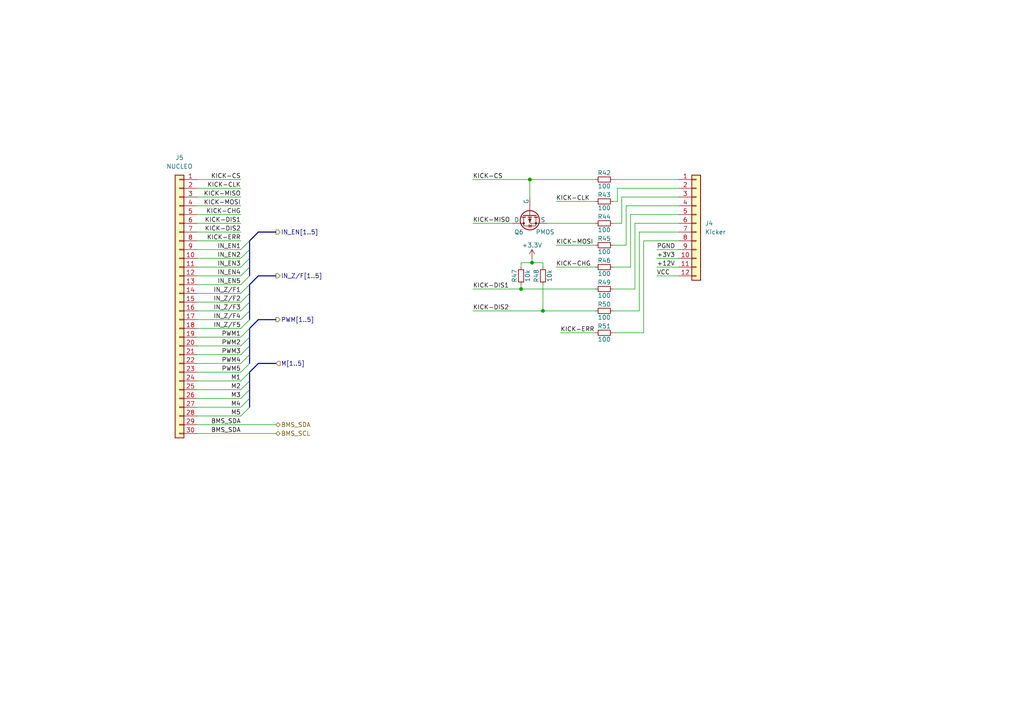
<source format=kicad_sch>
(kicad_sch (version 20230121) (generator eeschema)
  (paper "A4")
  (title_block (title "Connectors") (date "2024-01-18") (rev "v0.1"))
  (lib_symbols
    (symbol "Connector_Generic:Conn_01x12" (pin_names (offset 1.016) hide)
      (property "Reference" "J" (at 0 15.24 0))
      (property "Value" "Conn_01x12" (at 0 -17.78 0))
      (symbol "Conn_01x12_1_1"
        (rectangle (start -1.27 -15.113) (end 0 -15.367) (stroke (width 0.1524)))
        (rectangle (start -1.27 -12.573) (end 0 -12.827) (stroke (width 0.1524)))
        (rectangle (start -1.27 -10.033) (end 0 -10.287) (stroke (width 0.1524)))
        (rectangle (start -1.27 -7.493) (end 0 -7.747) (stroke (width 0.1524)))
        (rectangle (start -1.27 -4.953) (end 0 -5.207) (stroke (width 0.1524)))
        (rectangle (start -1.27 -2.413) (end 0 -2.667) (stroke (width 0.1524)))
        (rectangle (start -1.27 0.127) (end 0 -0.127) (stroke (width 0.1524)))
        (rectangle (start -1.27 2.667) (end 0 2.413) (stroke (width 0.1524)))
        (rectangle (start -1.27 5.207) (end 0 4.953) (stroke (width 0.1524)))
        (rectangle (start -1.27 7.747) (end 0 7.493) (stroke (width 0.1524)))
        (rectangle (start -1.27 10.287) (end 0 10.033) (stroke (width 0.1524)))
        (rectangle (start -1.27 12.827) (end 0 12.573) (stroke (width 0.1524)))
        (rectangle (start -1.27 13.97) (end 1.27 -16.51) (stroke (width 0.254)) (fill (type background)))
        (pin passive line (at -5.08 12.7 0) (length 3.81) (name "Pin_1") (number "1"))
        (pin passive line (at -5.08 -10.16 0) (length 3.81) (name "Pin_10") (number "10"))
        (pin passive line (at -5.08 -12.7 0) (length 3.81) (name "Pin_11") (number "11"))
        (pin passive line (at -5.08 -15.24 0) (length 3.81) (name "Pin_12") (number "12"))
        (pin passive line (at -5.08 10.16 0) (length 3.81) (name "Pin_2") (number "2"))
        (pin passive line (at -5.08 7.62 0) (length 3.81) (name "Pin_3") (number "3"))
        (pin passive line (at -5.08 5.08 0) (length 3.81) (name "Pin_4") (number "4"))
        (pin passive line (at -5.08 2.54 0) (length 3.81) (name "Pin_5") (number "5"))
        (pin passive line (at -5.08 0 0) (length 3.81) (name "Pin_6") (number "6"))
        (pin passive line (at -5.08 -2.54 0) (length 3.81) (name "Pin_7") (number "7"))
        (pin passive line (at -5.08 -5.08 0) (length 3.81) (name "Pin_8") (number "8"))
        (pin passive line (at -5.08 -7.62 0) (length 3.81) (name "Pin_9") (number "9"))
      )
    )
    (symbol "Connector_Generic:Conn_01x30" (pin_names (offset 1.016) hide)
      (property "Reference" "J" (at 0 38.1 0))
      (property "Value" "Conn_01x30" (at 0 -40.64 0))
      (symbol "Conn_01x30_1_1"
        (rectangle (start -1.27 -37.973) (end 0 -38.227) (stroke (width 0.1524)))
        (rectangle (start -1.27 -35.433) (end 0 -35.687) (stroke (width 0.1524)))
        (rectangle (start -1.27 -32.893) (end 0 -33.147) (stroke (width 0.1524)))
        (rectangle (start -1.27 -30.353) (end 0 -30.607) (stroke (width 0.1524)))
        (rectangle (start -1.27 -27.813) (end 0 -28.067) (stroke (width 0.1524)))
        (rectangle (start -1.27 -25.273) (end 0 -25.527) (stroke (width 0.1524)))
        (rectangle (start -1.27 -22.733) (end 0 -22.987) (stroke (width 0.1524)))
        (rectangle (start -1.27 -20.193) (end 0 -20.447) (stroke (width 0.1524)))
        (rectangle (start -1.27 -17.653) (end 0 -17.907) (stroke (width 0.1524)))
        (rectangle (start -1.27 -15.113) (end 0 -15.367) (stroke (width 0.1524)))
        (rectangle (start -1.27 -12.573) (end 0 -12.827) (stroke (width 0.1524)))
        (rectangle (start -1.27 -10.033) (end 0 -10.287) (stroke (width 0.1524)))
        (rectangle (start -1.27 -7.493) (end 0 -7.747) (stroke (width 0.1524)))
        (rectangle (start -1.27 -4.953) (end 0 -5.207) (stroke (width 0.1524)))
        (rectangle (start -1.27 -2.413) (end 0 -2.667) (stroke (width 0.1524)))
        (rectangle (start -1.27 0.127) (end 0 -0.127) (stroke (width 0.1524)))
        (rectangle (start -1.27 2.667) (end 0 2.413) (stroke (width 0.1524)))
        (rectangle (start -1.27 5.207) (end 0 4.953) (stroke (width 0.1524)))
        (rectangle (start -1.27 7.747) (end 0 7.493) (stroke (width 0.1524)))
        (rectangle (start -1.27 10.287) (end 0 10.033) (stroke (width 0.1524)))
        (rectangle (start -1.27 12.827) (end 0 12.573) (stroke (width 0.1524)))
        (rectangle (start -1.27 15.367) (end 0 15.113) (stroke (width 0.1524)))
        (rectangle (start -1.27 17.907) (end 0 17.653) (stroke (width 0.1524)))
        (rectangle (start -1.27 20.447) (end 0 20.193) (stroke (width 0.1524)))
        (rectangle (start -1.27 22.987) (end 0 22.733) (stroke (width 0.1524)))
        (rectangle (start -1.27 25.527) (end 0 25.273) (stroke (width 0.1524)))
        (rectangle (start -1.27 28.067) (end 0 27.813) (stroke (width 0.1524)))
        (rectangle (start -1.27 30.607) (end 0 30.353) (stroke (width 0.1524)))
        (rectangle (start -1.27 33.147) (end 0 32.893) (stroke (width 0.1524)))
        (rectangle (start -1.27 35.687) (end 0 35.433) (stroke (width 0.1524)))
        (rectangle (start -1.27 36.83) (end 1.27 -39.37) (stroke (width 0.254)) (fill (type background)))
        (pin passive line (at -5.08 35.56 0) (length 3.81) (name "Pin_1") (number "1"))
        (pin passive line (at -5.08 12.7 0) (length 3.81) (name "Pin_10") (number "10"))
        (pin passive line (at -5.08 10.16 0) (length 3.81) (name "Pin_11") (number "11"))
        (pin passive line (at -5.08 7.62 0) (length 3.81) (name "Pin_12") (number "12"))
        (pin passive line (at -5.08 5.08 0) (length 3.81) (name "Pin_13") (number "13"))
        (pin passive line (at -5.08 2.54 0) (length 3.81) (name "Pin_14") (number "14"))
        (pin passive line (at -5.08 0 0) (length 3.81) (name "Pin_15") (number "15"))
        (pin passive line (at -5.08 -2.54 0) (length 3.81) (name "Pin_16") (number "16"))
        (pin passive line (at -5.08 -5.08 0) (length 3.81) (name "Pin_17") (number "17"))
        (pin passive line (at -5.08 -7.62 0) (length 3.81) (name "Pin_18") (number "18"))
        (pin passive line (at -5.08 -10.16 0) (length 3.81) (name "Pin_19") (number "19"))
        (pin passive line (at -5.08 33.02 0) (length 3.81) (name "Pin_2") (number "2"))
        (pin passive line (at -5.08 -12.7 0) (length 3.81) (name "Pin_20") (number "20"))
        (pin passive line (at -5.08 -15.24 0) (length 3.81) (name "Pin_21") (number "21"))
        (pin passive line (at -5.08 -17.78 0) (length 3.81) (name "Pin_22") (number "22"))
        (pin passive line (at -5.08 -20.32 0) (length 3.81) (name "Pin_23") (number "23"))
        (pin passive line (at -5.08 -22.86 0) (length 3.81) (name "Pin_24") (number "24"))
        (pin passive line (at -5.08 -25.4 0) (length 3.81) (name "Pin_25") (number "25"))
        (pin passive line (at -5.08 -27.94 0) (length 3.81) (name "Pin_26") (number "26"))
        (pin passive line (at -5.08 -30.48 0) (length 3.81) (name "Pin_27") (number "27"))
        (pin passive line (at -5.08 -33.02 0) (length 3.81) (name "Pin_28") (number "28"))
        (pin passive line (at -5.08 -35.56 0) (length 3.81) (name "Pin_29") (number "29"))
        (pin passive line (at -5.08 30.48 0) (length 3.81) (name "Pin_3") (number "3"))
        (pin passive line (at -5.08 -38.1 0) (length 3.81) (name "Pin_30") (number "30"))
        (pin passive line (at -5.08 27.94 0) (length 3.81) (name "Pin_4") (number "4"))
        (pin passive line (at -5.08 25.4 0) (length 3.81) (name "Pin_5") (number "5"))
        (pin passive line (at -5.08 22.86 0) (length 3.81) (name "Pin_6") (number "6"))
        (pin passive line (at -5.08 20.32 0) (length 3.81) (name "Pin_7") (number "7"))
        (pin passive line (at -5.08 17.78 0) (length 3.81) (name "Pin_8") (number "8"))
        (pin passive line (at -5.08 15.24 0) (length 3.81) (name "Pin_9") (number "9"))
      )
    )
    (symbol "Device:R_Small" (pin_numbers hide) (pin_names (offset 0.254) hide)
      (property "Reference" "R" (at 0.762 0.508 0))
      (property "Value" "R_Small" (at 0.762 -1.016 0))
      (symbol "R_Small_0_1"
        (rectangle (start -0.762 1.778) (end 0.762 -1.778) (stroke (width 0.2032)))
      )
      (symbol "R_Small_1_1"
        (pin passive line (at 0 2.54 270) (length 0.762) (name "~") (number "1"))
        (pin passive line (at 0 -2.54 90) (length 0.762) (name "~") (number "2"))
      )
    )
    (symbol "Simulation_SPICE:PMOS" (pin_numbers hide) (pin_names (offset 0))
      (property "Reference" "Q" (at 5.08 1.27 0))
      (property "Value" "PMOS" (at 5.08 -1.27 0))
      (symbol "PMOS_0_1"
        (polyline (pts (xy 0.254 0) (xy -2.54 0)))
        (polyline (pts (xy 0.254 1.905) (xy 0.254 -1.905)) (stroke (width 0.254)))
        (polyline (pts (xy 0.762 -1.27) (xy 0.762 -2.286)) (stroke (width 0.254)))
        (polyline (pts (xy 0.762 0.508) (xy 0.762 -0.508)) (stroke (width 0.254)))
        (polyline (pts (xy 0.762 2.286) (xy 0.762 1.27)) (stroke (width 0.254)))
        (polyline (pts (xy 2.54 2.54) (xy 2.54 1.778)))
        (polyline (pts (xy 2.54 -2.54) (xy 2.54 0) (xy 0.762 0)))
        (polyline (pts (xy 0.762 1.778) (xy 3.302 1.778) (xy 3.302 -1.778) (xy 0.762 -1.778)))
        (polyline (pts (xy 2.286 0) (xy 1.27 0.381) (xy 1.27 -0.381) (xy 2.286 0)) (fill (type outline)))
        (polyline (pts (xy 2.794 -0.508) (xy 2.921 -0.381) (xy 3.683 -0.381) (xy 3.81 -0.254)))
        (polyline (pts (xy 3.302 -0.381) (xy 2.921 0.254) (xy 3.683 0.254) (xy 3.302 -0.381)))
        (circle (center 1.651 0) (radius 2.794) (stroke (width 0.254)))
        (circle (center 2.54 -1.778) (radius 0.254) (fill (type outline)))
        (circle (center 2.54 1.778) (radius 0.254) (fill (type outline)))
      )
      (symbol "PMOS_1_1"
        (pin passive line (at 2.54 5.08 270) (length 2.54) (name "D") (number "1"))
        (pin input line (at -5.08 0 0) (length 2.54) (name "G") (number "2"))
        (pin passive line (at 2.54 -5.08 90) (length 2.54) (name "S") (number "3"))
      )
    )
    (symbol "power:+3.3V" (power) (pin_names (offset 0))
      (property "Value" "+3.3V" (at 0 3.556 0))
      (symbol "+3.3V_0_1"
        (polyline (pts (xy -0.762 1.27) (xy 0 2.54)))
        (polyline (pts (xy 0 0) (xy 0 2.54)))
        (polyline (pts (xy 0 2.54) (xy 0.762 1.27)))
      )
      (symbol "+3.3V_1_1"
        (pin power_in line (at 0 0 90) (length 0) hide (name "+3.3V") (number "1"))
      )
    )
  )
  (junction (at 154.305 76.2))
  (junction (at 153.67 52.07))
  (junction (at 157.48 90.17))
  (junction (at 151.13 83.82))
  (bus_entry (at 69.85 92.71) (size 2.54 -2.54))
  (bus_entry (at 72.39 74.93) (size -2.54 2.54))
  (bus_entry (at 69.85 110.49) (size 2.54 -2.54))
  (bus_entry (at 69.85 105.41) (size 2.54 -2.54))
  (bus_entry (at 69.85 87.63) (size 2.54 -2.54))
  (bus_entry (at 69.85 113.03) (size 2.54 -2.54))
  (bus_entry (at 69.85 102.87) (size 2.54 -2.54))
  (bus_entry (at 69.85 97.79) (size 2.54 -2.54))
  (bus_entry (at 69.85 118.11) (size 2.54 -2.54))
  (bus_entry (at 69.85 107.95) (size 2.54 -2.54))
  (bus_entry (at 72.39 69.85) (size -2.54 2.54))
  (bus_entry (at 69.85 90.17) (size 2.54 -2.54))
  (bus_entry (at 72.39 80.01) (size -2.54 2.54))
  (bus_entry (at 69.85 100.33) (size 2.54 -2.54))
  (bus_entry (at 69.85 120.65) (size 2.54 -2.54))
  (bus_entry (at 72.39 72.39) (size -2.54 2.54))
  (bus_entry (at 69.85 115.57) (size 2.54 -2.54))
  (bus_entry (at 72.39 77.47) (size -2.54 2.54))
  (bus_entry (at 69.85 95.25) (size 2.54 -2.54))
  (bus_entry (at 69.85 85.09) (size 2.54 -2.54))
  (wire (pts (xy 57.15 82.55) (xy 69.85 82.55)))
  (wire (pts (xy 157.48 82.55) (xy 157.48 90.17)))
  (wire (pts (xy 186.69 96.52) (xy 186.69 69.85)))
  (wire (pts (xy 57.15 74.93) (xy 69.85 74.93)))
  (wire (pts (xy 57.15 52.07) (xy 69.85 52.07)))
  (wire (pts (xy 57.15 97.79) (xy 69.85 97.79)))
  (bus (pts (xy 72.39 97.79) (xy 72.39 95.25)))
  (wire (pts (xy 179.07 58.42) (xy 179.07 54.61)))
  (wire (pts (xy 161.29 71.12) (xy 172.72 71.12)))
  (wire (pts (xy 190.5 72.39) (xy 196.85 72.39)))
  (wire (pts (xy 184.15 64.77) (xy 196.85 64.77)))
  (wire (pts (xy 157.48 77.47) (xy 157.48 76.2)))
  (wire (pts (xy 157.48 76.2) (xy 154.305 76.2)))
  (wire (pts (xy 137.16 83.82) (xy 151.13 83.82)))
  (wire (pts (xy 57.15 115.57) (xy 69.85 115.57)))
  (wire (pts (xy 185.42 90.17) (xy 185.42 67.31)))
  (wire (pts (xy 154.305 76.2) (xy 151.13 76.2)))
  (wire (pts (xy 177.8 58.42) (xy 179.07 58.42)))
  (wire (pts (xy 177.8 71.12) (xy 181.61 71.12)))
  (wire (pts (xy 151.13 83.82) (xy 172.72 83.82)))
  (wire (pts (xy 184.15 83.82) (xy 184.15 64.77)))
  (wire (pts (xy 177.8 64.77) (xy 180.34 64.77)))
  (wire (pts (xy 57.15 69.85) (xy 69.85 69.85)))
  (wire (pts (xy 186.69 69.85) (xy 196.85 69.85)))
  (bus (pts (xy 72.39 85.09) (xy 72.39 87.63)))
  (wire (pts (xy 181.61 71.12) (xy 181.61 59.69)))
  (bus (pts (xy 72.39 74.93) (xy 72.39 72.39)))
  (wire (pts (xy 177.8 90.17) (xy 185.42 90.17)))
  (bus (pts (xy 72.39 107.95) (xy 74.93 105.41)))
  (bus (pts (xy 72.39 87.63) (xy 72.39 90.17)))
  (wire (pts (xy 57.15 80.01) (xy 69.85 80.01)))
  (wire (pts (xy 57.15 77.47) (xy 69.85 77.47)))
  (wire (pts (xy 161.29 77.47) (xy 172.72 77.47)))
  (bus (pts (xy 72.39 110.49) (xy 72.39 107.95)))
  (wire (pts (xy 177.8 83.82) (xy 184.15 83.82)))
  (wire (pts (xy 180.34 57.15) (xy 196.85 57.15)))
  (wire (pts (xy 57.15 120.65) (xy 69.85 120.65)))
  (wire (pts (xy 137.16 90.17) (xy 157.48 90.17)))
  (bus (pts (xy 72.39 80.01) (xy 72.39 77.47)))
  (bus (pts (xy 72.39 115.57) (xy 72.39 113.03)))
  (wire (pts (xy 162.56 96.52) (xy 172.72 96.52)))
  (wire (pts (xy 158.75 64.77) (xy 172.72 64.77)))
  (wire (pts (xy 185.42 67.31) (xy 196.85 67.31)))
  (wire (pts (xy 137.16 52.07) (xy 153.67 52.07)))
  (wire (pts (xy 57.15 123.19) (xy 80.01 123.19)))
  (wire (pts (xy 57.15 54.61) (xy 69.85 54.61)))
  (bus (pts (xy 72.39 69.85) (xy 74.93 67.31)))
  (wire (pts (xy 153.67 52.07) (xy 172.72 52.07)))
  (wire (pts (xy 57.15 62.23) (xy 69.85 62.23)))
  (wire (pts (xy 57.15 102.87) (xy 69.85 102.87)))
  (wire (pts (xy 57.15 85.09) (xy 69.85 85.09)))
  (wire (pts (xy 181.61 59.69) (xy 196.85 59.69)))
  (bus (pts (xy 72.39 82.55) (xy 72.39 85.09)))
  (wire (pts (xy 57.15 92.71) (xy 69.85 92.71)))
  (wire (pts (xy 182.88 62.23) (xy 196.85 62.23)))
  (wire (pts (xy 57.15 125.73) (xy 80.01 125.73)))
  (wire (pts (xy 57.15 90.17) (xy 69.85 90.17)))
  (wire (pts (xy 177.8 52.07) (xy 196.85 52.07)))
  (wire (pts (xy 161.29 58.42) (xy 172.72 58.42)))
  (bus (pts (xy 72.39 102.87) (xy 72.39 100.33)))
  (bus (pts (xy 72.39 100.33) (xy 72.39 97.79)))
  (wire (pts (xy 57.15 67.31) (xy 69.85 67.31)))
  (bus (pts (xy 74.93 92.71) (xy 80.01 92.71)))
  (wire (pts (xy 177.8 77.47) (xy 182.88 77.47)))
  (wire (pts (xy 57.15 57.15) (xy 69.85 57.15)))
  (bus (pts (xy 72.39 77.47) (xy 72.39 74.93)))
  (wire (pts (xy 57.15 64.77) (xy 69.85 64.77)))
  (wire (pts (xy 57.15 87.63) (xy 69.85 87.63)))
  (wire (pts (xy 57.15 72.39) (xy 69.85 72.39)))
  (bus (pts (xy 72.39 113.03) (xy 72.39 110.49)))
  (wire (pts (xy 137.16 64.77) (xy 148.59 64.77)))
  (wire (pts (xy 57.15 105.41) (xy 69.85 105.41)))
  (bus (pts (xy 72.39 90.17) (xy 72.39 92.71)))
  (wire (pts (xy 154.305 74.93) (xy 154.305 76.2)))
  (wire (pts (xy 151.13 76.2) (xy 151.13 77.47)))
  (wire (pts (xy 153.67 57.15) (xy 153.67 52.07)))
  (wire (pts (xy 190.5 80.01) (xy 196.85 80.01)))
  (wire (pts (xy 57.15 100.33) (xy 69.85 100.33)))
  (wire (pts (xy 151.13 82.55) (xy 151.13 83.82)))
  (wire (pts (xy 190.5 74.93) (xy 196.85 74.93)))
  (bus (pts (xy 72.39 118.11) (xy 72.39 115.57)))
  (bus (pts (xy 74.93 105.41) (xy 80.01 105.41)))
  (bus (pts (xy 72.39 72.39) (xy 72.39 69.85)))
  (wire (pts (xy 179.07 54.61) (xy 196.85 54.61)))
  (bus (pts (xy 72.39 82.55) (xy 74.93 80.01)))
  (wire (pts (xy 57.15 59.69) (xy 69.85 59.69)))
  (wire (pts (xy 57.15 107.95) (xy 69.85 107.95)))
  (wire (pts (xy 180.34 64.77) (xy 180.34 57.15)))
  (bus (pts (xy 72.39 105.41) (xy 72.39 102.87)))
  (wire (pts (xy 57.15 113.03) (xy 69.85 113.03)))
  (wire (pts (xy 157.48 90.17) (xy 172.72 90.17)))
  (wire (pts (xy 57.15 110.49) (xy 69.85 110.49)))
  (bus (pts (xy 74.93 80.01) (xy 80.01 80.01)))
  (wire (pts (xy 57.15 118.11) (xy 69.85 118.11)))
  (bus (pts (xy 74.93 67.31) (xy 80.01 67.31)))
  (wire (pts (xy 57.15 95.25) (xy 69.85 95.25)))
  (wire (pts (xy 177.8 96.52) (xy 186.69 96.52)))
  (wire (pts (xy 190.5 77.47) (xy 196.85 77.47)))
  (bus (pts (xy 72.39 95.25) (xy 74.93 92.71)))
  (wire (pts (xy 182.88 77.47) (xy 182.88 62.23)))
  (label "PWM5" (at 69.85 107.95 180))
  (label "PWM2" (at 69.85 100.33 180))
  (label "IN_EN5" (at 69.85 82.55 180))
  (label "IN_EN2" (at 69.85 74.93 180))
  (label "KICK-MISO" (at 137.16 64.77 0))
  (label "M4" (at 69.85 118.11 180))
  (label "PWM4" (at 69.85 105.41 180))
  (label "M2" (at 69.85 113.03 180))
  (label "KICK-MOSI" (at 161.29 71.12 0))
  (label "KICK-DIS1" (at 137.16 83.82 0))
  (label "IN_Z{slash}F5" (at 69.85 95.25 180))
  (label "M3" (at 69.85 115.57 180))
  (label "IN_Z{slash}F2" (at 69.85 87.63 180))
  (label "KICK-CS" (at 69.85 52.07 180))
  (label "IN_Z{slash}F1" (at 69.85 85.09 180))
  (label "IN_EN3" (at 69.85 77.47 180))
  (label "KICK-CHG" (at 69.85 62.23 180))
  (label "KICK-DIS1" (at 69.85 64.77 180))
  (label "IN_Z{slash}F4" (at 69.85 92.71 180))
  (label "IN_EN4" (at 69.85 80.01 180))
  (label "KICK-MISO" (at 69.85 57.15 180))
  (label "PGND" (at 190.5 72.39 0))
  (label "M1" (at 69.85 110.49 180))
  (label "KICK-CS" (at 137.16 52.07 0))
  (label "VCC" (at 190.5 80.01 0))
  (label "IN_EN1" (at 69.85 72.39 180))
  (label "KICK-CHG" (at 161.29 77.47 0))
  (label "BMS_SDA" (at 69.85 125.73 180))
  (label "KICK-MOSI" (at 69.85 59.69 180))
  (label "KICK-DIS2" (at 69.85 67.31 180))
  (label "M5" (at 69.85 120.65 180))
  (label "KICK-ERR" (at 69.85 69.85 180))
  (label "KICK-ERR" (at 162.56 96.52 0))
  (label "KICK-DIS2" (at 137.16 90.17 0))
  (label "KICK-CLK" (at 69.85 54.61 180))
  (label "+3V3" (at 190.5 74.93 0))
  (label "KICK-CLK" (at 161.29 58.42 0))
  (label "+12V" (at 190.5 77.47 0))
  (label "BMS_SDA" (at 69.85 123.19 180))
  (label "PWM1" (at 69.85 97.79 180))
  (label "PWM3" (at 69.85 102.87 180))
  (label "IN_Z{slash}F3" (at 69.85 90.17 180))
  (hierarchical_label "IN_Z{slash}F[1..5]" (shape output) (at 80.01 80.01 0))
  (hierarchical_label "PWM[1..5]" (shape output) (at 80.01 92.71 0))
  (hierarchical_label "IN_EN[1..5]" (shape output) (at 80.01 67.31 0))
  (hierarchical_label "M[1..5]" (shape input) (at 80.01 105.41 0))
  (hierarchical_label "BMS_SCL" (shape bidirectional) (at 80.01 125.73 0))
  (hierarchical_label "BMS_SDA" (shape bidirectional) (at 80.01 123.19 0))
  (symbol (lib_id "Device:R_Small") (at 175.26 77.47 90) (unit 1)
    (property "Reference" "R46" (at 175.26 75.565 90))
    (property "Value" "100" (at 175.26 79.375 90))
  )
  (symbol (lib_id "power:+3.3V") (at 154.305 74.93 0) (unit 1)
    (property "Reference" "#PWR050" (effects hide))
    (property "Value" "+3.3V" (at 154.305 71.12 0))
  )
  (symbol (lib_id "Device:R_Small") (at 175.26 90.17 90) (unit 1)
    (property "Reference" "R50" (at 175.26 88.265 90))
    (property "Value" "100" (at 175.26 92.075 90))
  )
  (symbol (lib_id "Device:R_Small") (at 175.26 52.07 90) (unit 1)
    (property "Reference" "R42" (at 175.26 50.165 90))
    (property "Value" "100" (at 175.26 53.975 90))
  )
  (symbol (lib_id "Device:R_Small") (at 175.26 96.52 90) (unit 1)
    (property "Reference" "R51" (at 175.26 94.615 90))
    (property "Value" "100" (at 175.26 98.425 90))
  )
  (symbol (lib_id "Device:R_Small") (at 175.26 58.42 90) (unit 1)
    (property "Reference" "R43" (at 175.26 56.515 90))
    (property "Value" "100" (at 175.26 60.325 90))
  )
  (symbol (lib_id "Device:R_Small") (at 175.26 83.82 90) (unit 1)
    (property "Reference" "R49" (at 175.26 81.915 90))
    (property "Value" "100" (at 175.26 85.725 90))
  )
  (symbol (lib_id "Connector_Generic:Conn_01x12") (at 201.93 64.77 0) (unit 1)
    (property "Reference" "J4" (at 204.47 64.77 0) (effects (justify left)))
    (property "Value" "Kicker" (at 204.47 67.31 0) (effects (justify left)))
  )
  (symbol (lib_id "Device:R_Small") (at 157.48 80.01 180) (unit 1)
    (property "Reference" "R48" (at 155.575 80.01 90))
    (property "Value" "10k" (at 159.385 80.01 90))
  )
  (symbol (lib_id "Device:R_Small") (at 175.26 71.12 90) (unit 1)
    (property "Reference" "R45" (at 175.26 69.215 90))
    (property "Value" "100" (at 175.26 73.025 90))
  )
  (symbol (lib_id "Simulation_SPICE:PMOS") (at 153.67 62.23 90) (mirror x) (unit 1)
    (property "Reference" "Q6" (at 150.495 67.31 90))
    (property "Value" "PMOS" (at 158.115 67.31 90))
    (property "Datasheet" "https://ngspice.sourceforge.io/docs/ngspice-manual.pdf" (effects hide))
    (property "Sim.Device" "PMOS" (effects hide))
    (property "Sim.Type" "VDMOS" (effects hide))
    (property "Sim.Pins" "1=D 2=G 3=S" (effects hide))
  )
  (symbol (lib_id "Connector_Generic:Conn_01x30") (at 52.07 87.63 0) (mirror y) (unit 1)
    (property "Reference" "J5" (at 52.07 45.72 0))
    (property "Value" "NUCLEO" (at 52.07 48.26 0))
  )
  (symbol (lib_id "Device:R_Small") (at 175.26 64.77 90) (unit 1)
    (property "Reference" "R44" (at 175.26 62.865 90))
    (property "Value" "100" (at 175.26 66.675 90))
  )
  (symbol (lib_id "Device:R_Small") (at 151.13 80.01 180) (unit 1)
    (property "Reference" "R47" (at 149.225 80.01 90))
    (property "Value" "10k" (at 153.035 80.01 90))
  )
)
</source>
